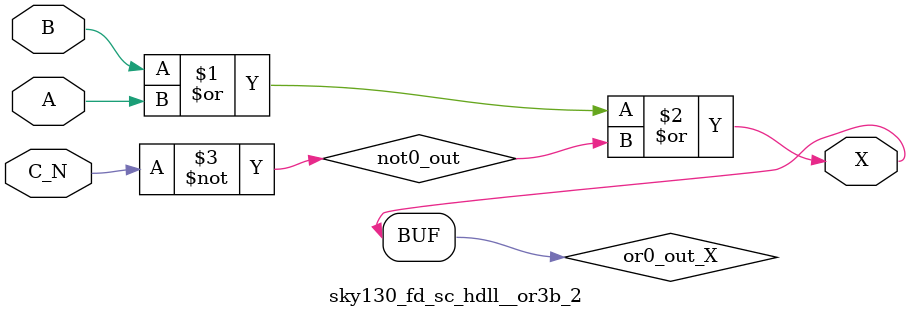
<source format=v>
/*
 * Copyright 2020 The SkyWater PDK Authors
 *
 * Licensed under the Apache License, Version 2.0 (the "License");
 * you may not use this file except in compliance with the License.
 * You may obtain a copy of the License at
 *
 *     https://www.apache.org/licenses/LICENSE-2.0
 *
 * Unless required by applicable law or agreed to in writing, software
 * distributed under the License is distributed on an "AS IS" BASIS,
 * WITHOUT WARRANTIES OR CONDITIONS OF ANY KIND, either express or implied.
 * See the License for the specific language governing permissions and
 * limitations under the License.
 *
 * SPDX-License-Identifier: Apache-2.0
*/


`ifndef SKY130_FD_SC_HDLL__OR3B_2_FUNCTIONAL_V
`define SKY130_FD_SC_HDLL__OR3B_2_FUNCTIONAL_V

/**
 * or3b: 3-input OR, first input inverted.
 *
 * Verilog simulation functional model.
 */

`timescale 1ns / 1ps
`default_nettype none

`celldefine
module sky130_fd_sc_hdll__or3b_2 (
    X  ,
    A  ,
    B  ,
    C_N
);

    // Module ports
    output X  ;
    input  A  ;
    input  B  ;
    input  C_N;

    // Local signals
    wire not0_out ;
    wire or0_out_X;

    //  Name  Output     Other arguments
    not not0 (not0_out , C_N            );
    or  or0  (or0_out_X, B, A, not0_out );
    buf buf0 (X        , or0_out_X      );

endmodule
`endcelldefine

`default_nettype wire
`endif  // SKY130_FD_SC_HDLL__OR3B_2_FUNCTIONAL_V

</source>
